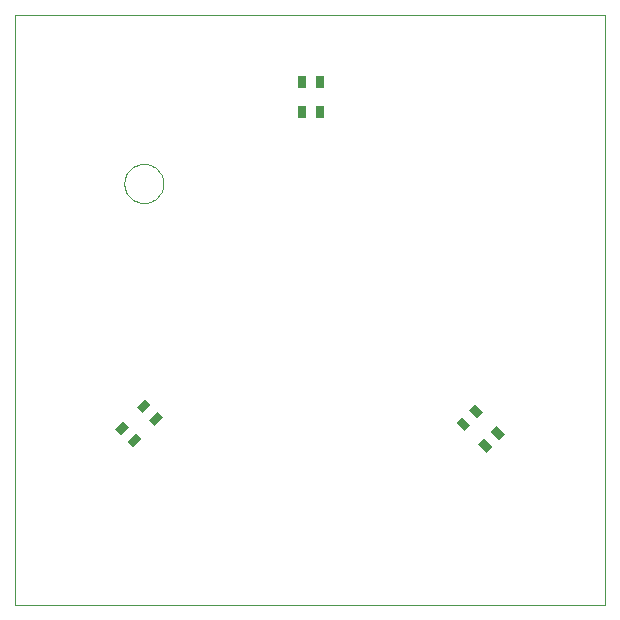
<source format=gbp>
G75*
%MOIN*%
%OFA0B0*%
%FSLAX24Y24*%
%IPPOS*%
%LPD*%
%AMOC8*
5,1,8,0,0,1.08239X$1,22.5*
%
%ADD10C,0.0000*%
%ADD11R,0.0276X0.0394*%
D10*
X000100Y000100D02*
X000100Y019785D01*
X019785Y019785D01*
X019785Y000100D01*
X000100Y000100D01*
X003751Y014156D02*
X003753Y014206D01*
X003759Y014256D01*
X003769Y014306D01*
X003782Y014354D01*
X003799Y014402D01*
X003820Y014448D01*
X003844Y014492D01*
X003872Y014534D01*
X003903Y014574D01*
X003937Y014611D01*
X003974Y014646D01*
X004013Y014677D01*
X004054Y014706D01*
X004098Y014731D01*
X004144Y014753D01*
X004191Y014771D01*
X004239Y014785D01*
X004288Y014796D01*
X004338Y014803D01*
X004388Y014806D01*
X004439Y014805D01*
X004489Y014800D01*
X004539Y014791D01*
X004587Y014779D01*
X004635Y014762D01*
X004681Y014742D01*
X004726Y014719D01*
X004769Y014692D01*
X004809Y014662D01*
X004847Y014629D01*
X004882Y014593D01*
X004915Y014554D01*
X004944Y014513D01*
X004970Y014470D01*
X004993Y014425D01*
X005012Y014378D01*
X005027Y014330D01*
X005039Y014281D01*
X005047Y014231D01*
X005051Y014181D01*
X005051Y014131D01*
X005047Y014081D01*
X005039Y014031D01*
X005027Y013982D01*
X005012Y013934D01*
X004993Y013887D01*
X004970Y013842D01*
X004944Y013799D01*
X004915Y013758D01*
X004882Y013719D01*
X004847Y013683D01*
X004809Y013650D01*
X004769Y013620D01*
X004726Y013593D01*
X004681Y013570D01*
X004635Y013550D01*
X004587Y013533D01*
X004539Y013521D01*
X004489Y013512D01*
X004439Y013507D01*
X004388Y013506D01*
X004338Y013509D01*
X004288Y013516D01*
X004239Y013527D01*
X004191Y013541D01*
X004144Y013559D01*
X004098Y013581D01*
X004054Y013606D01*
X004013Y013635D01*
X003974Y013666D01*
X003937Y013701D01*
X003903Y013738D01*
X003872Y013778D01*
X003844Y013820D01*
X003820Y013864D01*
X003799Y013910D01*
X003782Y013958D01*
X003769Y014006D01*
X003759Y014056D01*
X003753Y014106D01*
X003751Y014156D01*
D11*
X009687Y016533D03*
X010277Y016533D03*
X010277Y017557D03*
X009687Y017557D03*
G36*
X004436Y006972D02*
X004631Y006777D01*
X004354Y006500D01*
X004159Y006695D01*
X004436Y006972D01*
G37*
G36*
X004854Y006554D02*
X005049Y006359D01*
X004772Y006082D01*
X004577Y006277D01*
X004854Y006554D01*
G37*
G36*
X004130Y005830D02*
X004325Y005635D01*
X004048Y005358D01*
X003853Y005553D01*
X004130Y005830D01*
G37*
G36*
X003712Y006248D02*
X003907Y006053D01*
X003630Y005776D01*
X003435Y005971D01*
X003712Y006248D01*
G37*
G36*
X014815Y006189D02*
X015010Y006384D01*
X015287Y006107D01*
X015092Y005912D01*
X014815Y006189D01*
G37*
G36*
X015233Y006607D02*
X015428Y006802D01*
X015705Y006525D01*
X015510Y006330D01*
X015233Y006607D01*
G37*
G36*
X015957Y005883D02*
X016152Y006078D01*
X016429Y005801D01*
X016234Y005606D01*
X015957Y005883D01*
G37*
G36*
X015539Y005465D02*
X015734Y005660D01*
X016011Y005383D01*
X015816Y005188D01*
X015539Y005465D01*
G37*
M02*

</source>
